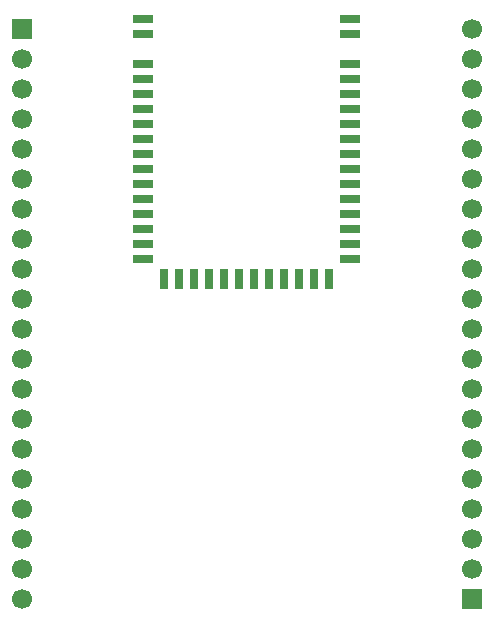
<source format=gbr>
G04 DipTrace 3.1.0.1*
G04 TopMask.gbr*
%MOIN*%
G04 #@! TF.FileFunction,Soldermask,Top*
G04 #@! TF.Part,Single*
%ADD26R,0.066929X0.029528*%
%ADD28R,0.029528X0.066929*%
%ADD30C,0.066929*%
%ADD32R,0.066929X0.066929*%
%FSLAX26Y26*%
G04*
G70*
G90*
G75*
G01*
G04 TopMask*
%LPD*%
D32*
X1938976Y447638D3*
D30*
Y547638D3*
Y647638D3*
Y747638D3*
Y847638D3*
Y947638D3*
Y1047638D3*
Y1147638D3*
Y1247638D3*
Y1347638D3*
Y1447638D3*
Y1547638D3*
Y1647638D3*
Y1747638D3*
Y1847638D3*
Y1947638D3*
Y2047638D3*
Y2147638D3*
Y2247638D3*
Y2347638D3*
D32*
X438976D3*
D30*
Y2247638D3*
Y2147638D3*
Y2047638D3*
Y1947638D3*
Y1847638D3*
Y1747638D3*
Y1647638D3*
Y1547638D3*
Y1447638D3*
Y1347638D3*
Y1247638D3*
Y1147638D3*
Y1047638D3*
Y947638D3*
Y847638D3*
Y747638D3*
Y647638D3*
Y547638D3*
Y447638D3*
D28*
X1213976Y1513780D3*
X1163976D3*
X1263976D3*
X1313976D3*
X1363976D3*
X1413976D3*
X1463976D3*
X1113976D3*
X1063976D3*
X1013976D3*
X963976D3*
X913976D3*
D26*
X844488Y1582480D3*
X1533465D3*
Y1632480D3*
Y1682480D3*
Y1732480D3*
Y1782480D3*
Y1832480D3*
Y1882480D3*
Y1932480D3*
Y2032480D3*
Y2082480D3*
Y1982480D3*
Y2132480D3*
Y2182480D3*
Y2232480D3*
X844488Y1632480D3*
Y1682480D3*
Y1732480D3*
Y1782480D3*
Y1832480D3*
Y1882480D3*
Y1932480D3*
Y2032480D3*
Y2082480D3*
Y1982480D3*
Y2132480D3*
Y2182480D3*
Y2232480D3*
X1533465Y2332480D3*
Y2382480D3*
X844488Y2332480D3*
Y2382480D3*
M02*

</source>
